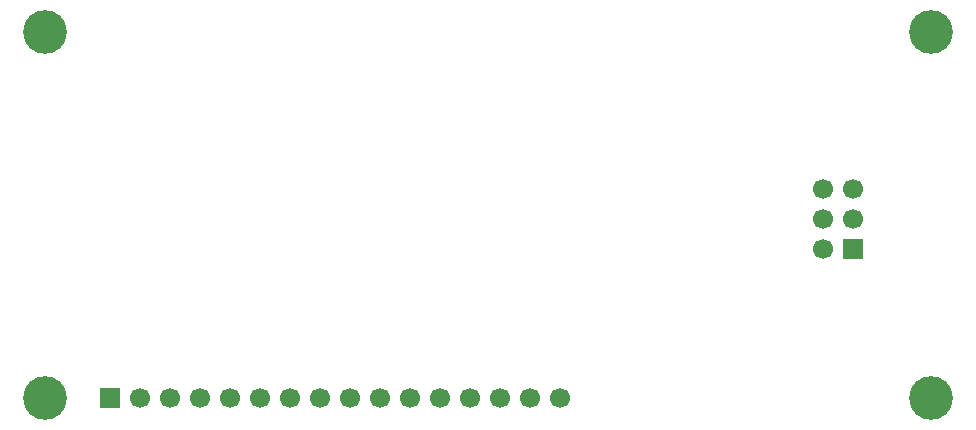
<source format=gbs>
G04 Layer_Color=16711935*
%FSLAX25Y25*%
%MOIN*%
G70*
G01*
G75*
%ADD40C,0.14567*%
%ADD41R,0.06693X0.06693*%
%ADD42C,0.06693*%
%ADD43R,0.06693X0.06693*%
D40*
X9740Y9968D02*
D03*
X305016D02*
D03*
X9740Y132016D02*
D03*
X305016D02*
D03*
D41*
X31394Y9968D02*
D03*
D42*
X41394D02*
D03*
X51394D02*
D03*
X61394D02*
D03*
X71394D02*
D03*
X81394D02*
D03*
X91394D02*
D03*
X101394D02*
D03*
X111394D02*
D03*
X121394D02*
D03*
X131394D02*
D03*
X141394D02*
D03*
X151394D02*
D03*
X161394D02*
D03*
X171394D02*
D03*
X181394D02*
D03*
X268917Y59488D02*
D03*
X278917Y69488D02*
D03*
X268917D02*
D03*
X278917Y79488D02*
D03*
X268917D02*
D03*
D43*
X278917Y59488D02*
D03*
M02*

</source>
